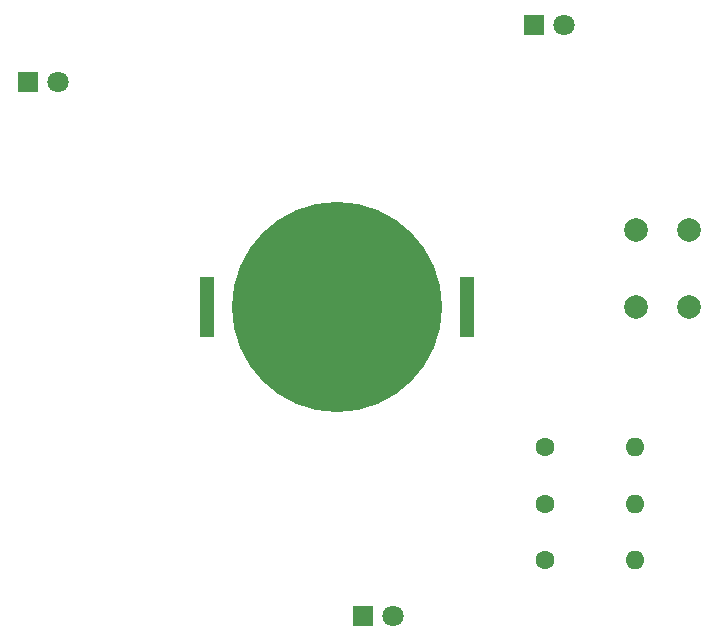
<source format=gbr>
%TF.GenerationSoftware,KiCad,Pcbnew,8.0.7*%
%TF.CreationDate,2025-05-01T23:39:49-04:00*%
%TF.ProjectId,Celeste Keychain,43656c65-7374-4652-904b-657963686169,rev?*%
%TF.SameCoordinates,Original*%
%TF.FileFunction,Soldermask,Bot*%
%TF.FilePolarity,Negative*%
%FSLAX46Y46*%
G04 Gerber Fmt 4.6, Leading zero omitted, Abs format (unit mm)*
G04 Created by KiCad (PCBNEW 8.0.7) date 2025-05-01 23:39:49*
%MOMM*%
%LPD*%
G01*
G04 APERTURE LIST*
%ADD10R,1.270000X5.080000*%
%ADD11C,17.800000*%
%ADD12C,2.000000*%
%ADD13O,1.600000X1.600000*%
%ADD14C,1.600000*%
%ADD15R,1.800000X1.800000*%
%ADD16C,1.800000*%
G04 APERTURE END LIST*
D10*
%TO.C,BT1*%
X134810000Y-69056250D03*
X112840000Y-69056250D03*
D11*
X123825000Y-69056250D03*
%TD*%
D12*
%TO.C,SW1*%
X149150000Y-69056250D03*
X149150000Y-62556250D03*
X153650000Y-69056250D03*
X153650000Y-62556250D03*
%TD*%
D13*
%TO.C,R3*%
X149066250Y-90487500D03*
D14*
X141446250Y-90487500D03*
%TD*%
D13*
%TO.C,R2*%
X149066250Y-80962500D03*
D14*
X141446250Y-80962500D03*
%TD*%
D13*
%TO.C,R1*%
X149066250Y-85725000D03*
D14*
X141446250Y-85725000D03*
%TD*%
D15*
%TO.C,D3*%
X97631250Y-50006250D03*
D16*
X100171250Y-50006250D03*
%TD*%
%TO.C,D2*%
X143033750Y-45243750D03*
D15*
X140493750Y-45243750D03*
%TD*%
%TO.C,D1*%
X126047500Y-95250000D03*
D16*
X128587500Y-95250000D03*
%TD*%
M02*

</source>
